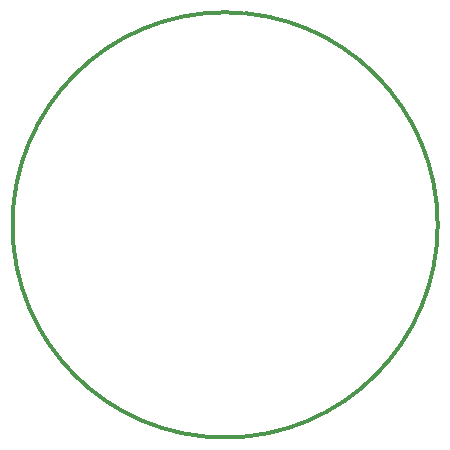
<source format=gm1>
G04*
G04 #@! TF.GenerationSoftware,Altium Limited,Altium Designer,24.2.2 (26)*
G04*
G04 Layer_Color=16711935*
%FSLAX25Y25*%
%MOIN*%
G70*
G04*
G04 #@! TF.SameCoordinates,6727E026-D54A-49E6-9AE1-AA62B6963756*
G04*
G04*
G04 #@! TF.FilePolarity,Positive*
G04*
G01*
G75*
%ADD10C,0.01181*%
D10*
X70866Y0D02*
G03*
X70866Y0I-70866J0D01*
G01*
M02*

</source>
